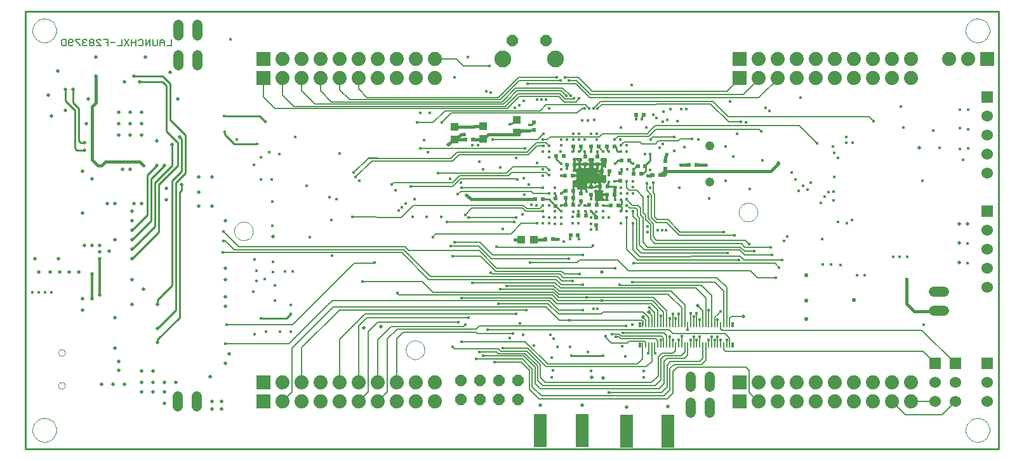
<source format=gbl>
G75*
G70*
%OFA0B0*%
%FSLAX24Y24*%
%IPPOS*%
%LPD*%
%AMOC8*
5,1,8,0,0,1.08239X$1,22.5*
%
%ADD10C,0.0100*%
%ADD11C,0.0000*%
%ADD12C,0.0050*%
%ADD13C,0.0540*%
%ADD14R,0.0600X0.0600*%
%ADD15C,0.0600*%
%ADD16R,0.0236X0.0236*%
%ADD17R,0.0394X0.0433*%
%ADD18R,0.0740X0.0740*%
%ADD19C,0.0740*%
%ADD20R,0.0433X0.0394*%
%ADD21C,0.0480*%
%ADD22OC8,0.0600*%
%ADD23C,0.0885*%
%ADD24OC8,0.0591*%
%ADD25R,0.0091X0.0260*%
%ADD26R,0.0138X0.0260*%
%ADD27R,0.0709X0.1772*%
%ADD28C,0.0200*%
%ADD29C,0.0230*%
%ADD30C,0.0160*%
%ADD31C,0.0160*%
%ADD32C,0.0120*%
D10*
X001680Y006030D02*
X001680Y029030D01*
X052780Y029030D01*
X052780Y006030D01*
X001680Y006030D01*
X008610Y011630D02*
X008610Y011790D01*
X009780Y012930D01*
X009780Y019530D01*
X009880Y019630D01*
X009880Y019930D01*
X009580Y020030D02*
X009580Y013330D01*
X008630Y012380D01*
X008620Y013630D02*
X008620Y013870D01*
X009380Y014630D01*
X009380Y020130D01*
X009880Y020630D01*
X009880Y022330D01*
X009780Y022430D01*
X010080Y022530D02*
X010080Y020530D01*
X009580Y020030D01*
X008680Y019930D02*
X008680Y017430D01*
X007280Y016030D01*
X007280Y016530D02*
X008480Y017730D01*
X008480Y020030D01*
X009380Y020930D01*
X009380Y022030D01*
X009680Y022130D02*
X009680Y020930D01*
X008680Y019930D01*
X008280Y020230D02*
X008980Y020930D01*
X008580Y020930D02*
X008080Y020430D01*
X008080Y018330D01*
X007280Y017530D01*
X007280Y017030D02*
X008280Y018030D01*
X008280Y020230D01*
X009680Y022130D02*
X009080Y022730D01*
X009080Y025130D01*
X008880Y025330D01*
X007680Y025330D01*
X007380Y025630D02*
X008880Y025630D01*
X009280Y025230D01*
X009280Y023330D01*
X010080Y022530D01*
X012160Y022570D02*
X012160Y022690D01*
X012160Y022570D02*
X012660Y022070D01*
X013860Y022070D01*
X014267Y023243D02*
X013970Y023540D01*
X012130Y023540D01*
X004780Y022130D02*
X004580Y022130D01*
X004480Y022230D01*
X004480Y023930D01*
X004180Y024230D01*
X004180Y024930D01*
X003780Y024930D02*
X003780Y024330D01*
X004280Y023830D01*
X004280Y021830D01*
X004380Y021730D01*
X004780Y021730D01*
X014040Y012900D02*
X015370Y012900D01*
X015620Y013150D01*
X027100Y023090D02*
X027322Y023192D01*
X027472Y023332D01*
X028140Y023065D02*
X028265Y023065D01*
X028387Y023187D01*
X028387Y022793D02*
X028173Y022793D01*
X028150Y022770D01*
X029561Y021427D02*
X029561Y021279D01*
X029810Y021030D01*
X030127Y020982D02*
X030127Y020767D01*
X030120Y020760D01*
X030022Y020394D02*
X029814Y020394D01*
X029814Y020396D01*
X029810Y020400D01*
X029814Y020396D02*
X029816Y020394D01*
X029814Y020394D02*
X029810Y020390D01*
X029948Y019608D02*
X029810Y019470D01*
X029948Y019608D02*
X030050Y019608D01*
X030054Y019225D02*
X030054Y018870D01*
X030042Y018858D01*
X030064Y018860D02*
X029830Y018860D01*
X029810Y018840D01*
X029533Y018809D02*
X029533Y018807D01*
X029810Y018530D01*
X029533Y018809D02*
X029186Y019155D01*
X028860Y019155D01*
X029533Y019202D02*
X029533Y019427D01*
X029490Y019470D01*
X030750Y018850D02*
X030866Y018966D01*
X030866Y019075D01*
X031060Y018830D02*
X031195Y018830D01*
X031070Y018520D02*
X031105Y018485D01*
X031105Y018305D01*
X031370Y018530D02*
X031637Y018263D01*
X031637Y018191D01*
X031637Y017798D02*
X031637Y017623D01*
X031690Y017570D01*
X030730Y018324D02*
X030730Y018540D01*
X031370Y019160D02*
X031381Y019171D01*
X031381Y019398D01*
X031680Y019150D02*
X031685Y019145D01*
X031685Y018840D01*
X032010Y018830D02*
X032014Y018834D01*
X032420Y018834D01*
X032640Y019150D02*
X032611Y019179D01*
X032611Y019394D01*
X032611Y019759D02*
X032611Y019774D01*
X032555Y019830D01*
X032245Y019830D01*
X032235Y019840D01*
X032240Y019840D01*
X032240Y019850D01*
X032245Y019839D02*
X032245Y019995D01*
X032330Y020080D01*
X032630Y020100D02*
X032678Y020148D01*
X032903Y020148D01*
X032970Y020608D02*
X032970Y020740D01*
X032640Y021040D02*
X032795Y021195D01*
X032795Y021195D01*
X032797Y021196D01*
X032989Y021196D01*
X033360Y021220D02*
X033560Y021020D01*
X033590Y021020D01*
X033580Y021030D01*
X033580Y021040D01*
X033748Y020918D02*
X033600Y020730D01*
X033580Y020584D01*
X033748Y020918D02*
X033840Y020918D01*
X034233Y020918D02*
X034233Y020933D01*
X034490Y021190D01*
X034490Y021540D01*
X034233Y020918D02*
X034240Y020911D01*
X034240Y020630D01*
X034097Y020487D01*
X034013Y020487D01*
X032950Y021680D02*
X032775Y021680D01*
X032700Y021745D01*
X032700Y021815D01*
X032699Y021946D01*
X032621Y021946D01*
X032227Y021946D02*
X032227Y021773D01*
X032330Y021670D01*
X031700Y021670D02*
X031700Y021404D01*
X031713Y021391D01*
X031713Y020998D02*
X031713Y020733D01*
X031700Y020720D01*
X031899Y020609D02*
X031700Y020410D01*
X031899Y020609D02*
X031949Y020636D01*
X032343Y020636D02*
X032333Y020457D01*
X032330Y020420D01*
X031841Y019949D02*
X031851Y019839D01*
X031841Y019949D02*
X031700Y020090D01*
X031381Y020089D02*
X031381Y019792D01*
X031381Y020089D02*
X031380Y020090D01*
X031326Y020996D02*
X031074Y020996D01*
X031326Y020996D02*
X031350Y021020D01*
X031074Y021389D02*
X031060Y021425D01*
X031060Y021680D01*
X030836Y021766D02*
X030740Y021670D01*
X030836Y021766D02*
X030836Y021950D01*
X030442Y021950D02*
X030442Y021672D01*
X030430Y021660D01*
X030559Y021020D02*
X030520Y020982D01*
X030559Y021020D02*
X030740Y021020D01*
X031370Y021670D02*
X031378Y021678D01*
X031378Y021878D01*
X033740Y023360D02*
X033740Y023590D01*
X033742Y023592D01*
X034060Y023516D02*
X034136Y023592D01*
X034060Y023516D02*
X034060Y023360D01*
X032960Y019140D02*
X032980Y019120D01*
X032980Y018900D01*
X032914Y018834D01*
X032814Y018834D01*
X032926Y018834D01*
X032980Y018780D01*
X032980Y018570D01*
X032940Y018530D01*
X032020Y010920D02*
X030350Y010920D01*
D11*
X021660Y011240D02*
X021662Y011284D01*
X021668Y011327D01*
X021678Y011370D01*
X021691Y011412D01*
X021709Y011453D01*
X021729Y011491D01*
X021754Y011528D01*
X021781Y011562D01*
X021811Y011594D01*
X021844Y011623D01*
X021880Y011649D01*
X021918Y011671D01*
X021957Y011691D01*
X021999Y011706D01*
X022041Y011718D01*
X022084Y011726D01*
X022128Y011730D01*
X022172Y011730D01*
X022216Y011726D01*
X022259Y011718D01*
X022301Y011706D01*
X022343Y011691D01*
X022382Y011671D01*
X022420Y011649D01*
X022456Y011623D01*
X022489Y011594D01*
X022519Y011562D01*
X022546Y011528D01*
X022571Y011491D01*
X022591Y011453D01*
X022609Y011412D01*
X022622Y011370D01*
X022632Y011327D01*
X022638Y011284D01*
X022640Y011240D01*
X022638Y011196D01*
X022632Y011153D01*
X022622Y011110D01*
X022609Y011068D01*
X022591Y011027D01*
X022571Y010989D01*
X022546Y010952D01*
X022519Y010918D01*
X022489Y010886D01*
X022456Y010857D01*
X022420Y010831D01*
X022382Y010809D01*
X022343Y010789D01*
X022301Y010774D01*
X022259Y010762D01*
X022216Y010754D01*
X022172Y010750D01*
X022128Y010750D01*
X022084Y010754D01*
X022041Y010762D01*
X021999Y010774D01*
X021957Y010789D01*
X021918Y010809D01*
X021880Y010831D01*
X021844Y010857D01*
X021811Y010886D01*
X021781Y010918D01*
X021754Y010952D01*
X021729Y010989D01*
X021709Y011027D01*
X021691Y011068D01*
X021678Y011110D01*
X021668Y011153D01*
X021662Y011196D01*
X021660Y011240D01*
X012650Y017490D02*
X012652Y017534D01*
X012658Y017577D01*
X012668Y017620D01*
X012681Y017662D01*
X012699Y017703D01*
X012719Y017741D01*
X012744Y017778D01*
X012771Y017812D01*
X012801Y017844D01*
X012834Y017873D01*
X012870Y017899D01*
X012908Y017921D01*
X012947Y017941D01*
X012989Y017956D01*
X013031Y017968D01*
X013074Y017976D01*
X013118Y017980D01*
X013162Y017980D01*
X013206Y017976D01*
X013249Y017968D01*
X013291Y017956D01*
X013333Y017941D01*
X013372Y017921D01*
X013410Y017899D01*
X013446Y017873D01*
X013479Y017844D01*
X013509Y017812D01*
X013536Y017778D01*
X013561Y017741D01*
X013581Y017703D01*
X013599Y017662D01*
X013612Y017620D01*
X013622Y017577D01*
X013628Y017534D01*
X013630Y017490D01*
X013628Y017446D01*
X013622Y017403D01*
X013612Y017360D01*
X013599Y017318D01*
X013581Y017277D01*
X013561Y017239D01*
X013536Y017202D01*
X013509Y017168D01*
X013479Y017136D01*
X013446Y017107D01*
X013410Y017081D01*
X013372Y017059D01*
X013333Y017039D01*
X013291Y017024D01*
X013249Y017012D01*
X013206Y017004D01*
X013162Y017000D01*
X013118Y017000D01*
X013074Y017004D01*
X013031Y017012D01*
X012989Y017024D01*
X012947Y017039D01*
X012908Y017059D01*
X012870Y017081D01*
X012834Y017107D01*
X012801Y017136D01*
X012771Y017168D01*
X012744Y017202D01*
X012719Y017239D01*
X012699Y017277D01*
X012681Y017318D01*
X012668Y017360D01*
X012658Y017403D01*
X012652Y017446D01*
X012650Y017490D01*
X003413Y011096D02*
X003415Y011122D01*
X003421Y011148D01*
X003431Y011173D01*
X003444Y011196D01*
X003460Y011216D01*
X003480Y011234D01*
X003502Y011249D01*
X003525Y011261D01*
X003551Y011269D01*
X003577Y011273D01*
X003603Y011273D01*
X003629Y011269D01*
X003655Y011261D01*
X003679Y011249D01*
X003700Y011234D01*
X003720Y011216D01*
X003736Y011196D01*
X003749Y011173D01*
X003759Y011148D01*
X003765Y011122D01*
X003767Y011096D01*
X003765Y011070D01*
X003759Y011044D01*
X003749Y011019D01*
X003736Y010996D01*
X003720Y010976D01*
X003700Y010958D01*
X003678Y010943D01*
X003655Y010931D01*
X003629Y010923D01*
X003603Y010919D01*
X003577Y010919D01*
X003551Y010923D01*
X003525Y010931D01*
X003501Y010943D01*
X003480Y010958D01*
X003460Y010976D01*
X003444Y010996D01*
X003431Y011019D01*
X003421Y011044D01*
X003415Y011070D01*
X003413Y011096D01*
X003413Y009364D02*
X003415Y009390D01*
X003421Y009416D01*
X003431Y009441D01*
X003444Y009464D01*
X003460Y009484D01*
X003480Y009502D01*
X003502Y009517D01*
X003525Y009529D01*
X003551Y009537D01*
X003577Y009541D01*
X003603Y009541D01*
X003629Y009537D01*
X003655Y009529D01*
X003679Y009517D01*
X003700Y009502D01*
X003720Y009484D01*
X003736Y009464D01*
X003749Y009441D01*
X003759Y009416D01*
X003765Y009390D01*
X003767Y009364D01*
X003765Y009338D01*
X003759Y009312D01*
X003749Y009287D01*
X003736Y009264D01*
X003720Y009244D01*
X003700Y009226D01*
X003678Y009211D01*
X003655Y009199D01*
X003629Y009191D01*
X003603Y009187D01*
X003577Y009187D01*
X003551Y009191D01*
X003525Y009199D01*
X003501Y009211D01*
X003480Y009226D01*
X003460Y009244D01*
X003444Y009264D01*
X003431Y009287D01*
X003421Y009312D01*
X003415Y009338D01*
X003413Y009364D01*
X002055Y007030D02*
X002057Y007080D01*
X002063Y007129D01*
X002073Y007178D01*
X002086Y007225D01*
X002104Y007272D01*
X002125Y007317D01*
X002149Y007360D01*
X002177Y007401D01*
X002208Y007440D01*
X002242Y007476D01*
X002279Y007510D01*
X002319Y007540D01*
X002360Y007567D01*
X002404Y007591D01*
X002449Y007611D01*
X002496Y007627D01*
X002544Y007640D01*
X002593Y007649D01*
X002643Y007654D01*
X002692Y007655D01*
X002742Y007652D01*
X002791Y007645D01*
X002840Y007634D01*
X002887Y007620D01*
X002933Y007601D01*
X002978Y007579D01*
X003021Y007554D01*
X003061Y007525D01*
X003099Y007493D01*
X003135Y007459D01*
X003168Y007421D01*
X003197Y007381D01*
X003223Y007339D01*
X003246Y007295D01*
X003265Y007249D01*
X003281Y007202D01*
X003293Y007153D01*
X003301Y007104D01*
X003305Y007055D01*
X003305Y007005D01*
X003301Y006956D01*
X003293Y006907D01*
X003281Y006858D01*
X003265Y006811D01*
X003246Y006765D01*
X003223Y006721D01*
X003197Y006679D01*
X003168Y006639D01*
X003135Y006601D01*
X003099Y006567D01*
X003061Y006535D01*
X003021Y006506D01*
X002978Y006481D01*
X002933Y006459D01*
X002887Y006440D01*
X002840Y006426D01*
X002791Y006415D01*
X002742Y006408D01*
X002692Y006405D01*
X002643Y006406D01*
X002593Y006411D01*
X002544Y006420D01*
X002496Y006433D01*
X002449Y006449D01*
X002404Y006469D01*
X002360Y006493D01*
X002319Y006520D01*
X002279Y006550D01*
X002242Y006584D01*
X002208Y006620D01*
X002177Y006659D01*
X002149Y006700D01*
X002125Y006743D01*
X002104Y006788D01*
X002086Y006835D01*
X002073Y006882D01*
X002063Y006931D01*
X002057Y006980D01*
X002055Y007030D01*
X002055Y028030D02*
X002057Y028080D01*
X002063Y028129D01*
X002073Y028178D01*
X002086Y028225D01*
X002104Y028272D01*
X002125Y028317D01*
X002149Y028360D01*
X002177Y028401D01*
X002208Y028440D01*
X002242Y028476D01*
X002279Y028510D01*
X002319Y028540D01*
X002360Y028567D01*
X002404Y028591D01*
X002449Y028611D01*
X002496Y028627D01*
X002544Y028640D01*
X002593Y028649D01*
X002643Y028654D01*
X002692Y028655D01*
X002742Y028652D01*
X002791Y028645D01*
X002840Y028634D01*
X002887Y028620D01*
X002933Y028601D01*
X002978Y028579D01*
X003021Y028554D01*
X003061Y028525D01*
X003099Y028493D01*
X003135Y028459D01*
X003168Y028421D01*
X003197Y028381D01*
X003223Y028339D01*
X003246Y028295D01*
X003265Y028249D01*
X003281Y028202D01*
X003293Y028153D01*
X003301Y028104D01*
X003305Y028055D01*
X003305Y028005D01*
X003301Y027956D01*
X003293Y027907D01*
X003281Y027858D01*
X003265Y027811D01*
X003246Y027765D01*
X003223Y027721D01*
X003197Y027679D01*
X003168Y027639D01*
X003135Y027601D01*
X003099Y027567D01*
X003061Y027535D01*
X003021Y027506D01*
X002978Y027481D01*
X002933Y027459D01*
X002887Y027440D01*
X002840Y027426D01*
X002791Y027415D01*
X002742Y027408D01*
X002692Y027405D01*
X002643Y027406D01*
X002593Y027411D01*
X002544Y027420D01*
X002496Y027433D01*
X002449Y027449D01*
X002404Y027469D01*
X002360Y027493D01*
X002319Y027520D01*
X002279Y027550D01*
X002242Y027584D01*
X002208Y027620D01*
X002177Y027659D01*
X002149Y027700D01*
X002125Y027743D01*
X002104Y027788D01*
X002086Y027835D01*
X002073Y027882D01*
X002063Y027931D01*
X002057Y027980D01*
X002055Y028030D01*
X039140Y018480D02*
X039142Y018524D01*
X039148Y018567D01*
X039158Y018610D01*
X039171Y018652D01*
X039189Y018693D01*
X039209Y018731D01*
X039234Y018768D01*
X039261Y018802D01*
X039291Y018834D01*
X039324Y018863D01*
X039360Y018889D01*
X039398Y018911D01*
X039437Y018931D01*
X039479Y018946D01*
X039521Y018958D01*
X039564Y018966D01*
X039608Y018970D01*
X039652Y018970D01*
X039696Y018966D01*
X039739Y018958D01*
X039781Y018946D01*
X039823Y018931D01*
X039862Y018911D01*
X039900Y018889D01*
X039936Y018863D01*
X039969Y018834D01*
X039999Y018802D01*
X040026Y018768D01*
X040051Y018731D01*
X040071Y018693D01*
X040089Y018652D01*
X040102Y018610D01*
X040112Y018567D01*
X040118Y018524D01*
X040120Y018480D01*
X040118Y018436D01*
X040112Y018393D01*
X040102Y018350D01*
X040089Y018308D01*
X040071Y018267D01*
X040051Y018229D01*
X040026Y018192D01*
X039999Y018158D01*
X039969Y018126D01*
X039936Y018097D01*
X039900Y018071D01*
X039862Y018049D01*
X039823Y018029D01*
X039781Y018014D01*
X039739Y018002D01*
X039696Y017994D01*
X039652Y017990D01*
X039608Y017990D01*
X039564Y017994D01*
X039521Y018002D01*
X039479Y018014D01*
X039437Y018029D01*
X039398Y018049D01*
X039360Y018071D01*
X039324Y018097D01*
X039291Y018126D01*
X039261Y018158D01*
X039234Y018192D01*
X039209Y018229D01*
X039189Y018267D01*
X039171Y018308D01*
X039158Y018350D01*
X039148Y018393D01*
X039142Y018436D01*
X039140Y018480D01*
X051055Y028030D02*
X051057Y028080D01*
X051063Y028129D01*
X051073Y028178D01*
X051086Y028225D01*
X051104Y028272D01*
X051125Y028317D01*
X051149Y028360D01*
X051177Y028401D01*
X051208Y028440D01*
X051242Y028476D01*
X051279Y028510D01*
X051319Y028540D01*
X051360Y028567D01*
X051404Y028591D01*
X051449Y028611D01*
X051496Y028627D01*
X051544Y028640D01*
X051593Y028649D01*
X051643Y028654D01*
X051692Y028655D01*
X051742Y028652D01*
X051791Y028645D01*
X051840Y028634D01*
X051887Y028620D01*
X051933Y028601D01*
X051978Y028579D01*
X052021Y028554D01*
X052061Y028525D01*
X052099Y028493D01*
X052135Y028459D01*
X052168Y028421D01*
X052197Y028381D01*
X052223Y028339D01*
X052246Y028295D01*
X052265Y028249D01*
X052281Y028202D01*
X052293Y028153D01*
X052301Y028104D01*
X052305Y028055D01*
X052305Y028005D01*
X052301Y027956D01*
X052293Y027907D01*
X052281Y027858D01*
X052265Y027811D01*
X052246Y027765D01*
X052223Y027721D01*
X052197Y027679D01*
X052168Y027639D01*
X052135Y027601D01*
X052099Y027567D01*
X052061Y027535D01*
X052021Y027506D01*
X051978Y027481D01*
X051933Y027459D01*
X051887Y027440D01*
X051840Y027426D01*
X051791Y027415D01*
X051742Y027408D01*
X051692Y027405D01*
X051643Y027406D01*
X051593Y027411D01*
X051544Y027420D01*
X051496Y027433D01*
X051449Y027449D01*
X051404Y027469D01*
X051360Y027493D01*
X051319Y027520D01*
X051279Y027550D01*
X051242Y027584D01*
X051208Y027620D01*
X051177Y027659D01*
X051149Y027700D01*
X051125Y027743D01*
X051104Y027788D01*
X051086Y027835D01*
X051073Y027882D01*
X051063Y027931D01*
X051057Y027980D01*
X051055Y028030D01*
X051055Y007030D02*
X051057Y007080D01*
X051063Y007129D01*
X051073Y007178D01*
X051086Y007225D01*
X051104Y007272D01*
X051125Y007317D01*
X051149Y007360D01*
X051177Y007401D01*
X051208Y007440D01*
X051242Y007476D01*
X051279Y007510D01*
X051319Y007540D01*
X051360Y007567D01*
X051404Y007591D01*
X051449Y007611D01*
X051496Y007627D01*
X051544Y007640D01*
X051593Y007649D01*
X051643Y007654D01*
X051692Y007655D01*
X051742Y007652D01*
X051791Y007645D01*
X051840Y007634D01*
X051887Y007620D01*
X051933Y007601D01*
X051978Y007579D01*
X052021Y007554D01*
X052061Y007525D01*
X052099Y007493D01*
X052135Y007459D01*
X052168Y007421D01*
X052197Y007381D01*
X052223Y007339D01*
X052246Y007295D01*
X052265Y007249D01*
X052281Y007202D01*
X052293Y007153D01*
X052301Y007104D01*
X052305Y007055D01*
X052305Y007005D01*
X052301Y006956D01*
X052293Y006907D01*
X052281Y006858D01*
X052265Y006811D01*
X052246Y006765D01*
X052223Y006721D01*
X052197Y006679D01*
X052168Y006639D01*
X052135Y006601D01*
X052099Y006567D01*
X052061Y006535D01*
X052021Y006506D01*
X051978Y006481D01*
X051933Y006459D01*
X051887Y006440D01*
X051840Y006426D01*
X051791Y006415D01*
X051742Y006408D01*
X051692Y006405D01*
X051643Y006406D01*
X051593Y006411D01*
X051544Y006420D01*
X051496Y006433D01*
X051449Y006449D01*
X051404Y006469D01*
X051360Y006493D01*
X051319Y006520D01*
X051279Y006550D01*
X051242Y006584D01*
X051208Y006620D01*
X051177Y006659D01*
X051149Y006700D01*
X051125Y006743D01*
X051104Y006788D01*
X051086Y006835D01*
X051073Y006882D01*
X051063Y006931D01*
X051057Y006980D01*
X051055Y007030D01*
D12*
X049811Y007830D02*
X050512Y008531D01*
X049811Y007830D02*
X047880Y007830D01*
X047180Y008530D01*
X048180Y008530D02*
X048185Y008535D01*
X049441Y008535D01*
X049441Y010535D02*
X048806Y011170D01*
X038440Y011170D01*
X038347Y011263D01*
X038347Y011492D01*
X038190Y011492D02*
X038190Y011740D01*
X038195Y011760D01*
X038032Y011928D02*
X038030Y011930D01*
X038032Y011928D02*
X038032Y011492D01*
X037875Y011492D02*
X037875Y011740D01*
X037875Y011765D01*
X037717Y011742D02*
X037715Y011925D01*
X037717Y011742D02*
X037717Y011492D01*
X037560Y011492D02*
X037560Y011730D01*
X037560Y011760D01*
X037402Y011492D02*
X037402Y010702D01*
X037170Y010470D01*
X035740Y010470D01*
X035530Y010260D01*
X035530Y009120D01*
X035230Y008820D01*
X028770Y008820D01*
X028290Y009300D01*
X028290Y010250D01*
X027780Y010760D01*
X025340Y010760D01*
X025710Y010920D02*
X027850Y010920D01*
X028440Y010330D01*
X028440Y009460D01*
X028700Y009200D01*
X034940Y009200D01*
X035210Y009470D01*
X035210Y010630D01*
X035370Y010790D01*
X036290Y010790D01*
X036460Y010960D01*
X036460Y011489D01*
X036457Y011492D01*
X036300Y011492D02*
X036300Y011120D01*
X036120Y010940D01*
X035220Y010940D01*
X035060Y010780D01*
X035060Y009680D01*
X034750Y009370D01*
X028850Y009370D01*
X028580Y009640D01*
X028580Y010400D01*
X027930Y011050D01*
X026520Y011050D01*
X026430Y011140D01*
X025520Y011140D01*
X024570Y011680D02*
X027930Y011680D01*
X029110Y010500D01*
X033830Y010500D01*
X034095Y010755D01*
X034095Y011492D01*
X034253Y011492D02*
X034253Y011647D01*
X034195Y011710D01*
X033370Y011710D01*
X033270Y011610D01*
X032465Y011610D01*
X032160Y011915D01*
X032160Y011980D01*
X032490Y012085D02*
X032855Y012085D01*
X032970Y011970D01*
X035075Y011975D01*
X035198Y011852D01*
X035198Y011492D01*
X035355Y011492D02*
X035355Y011990D01*
X035210Y012130D01*
X033060Y012130D01*
X032850Y011930D02*
X032890Y011890D01*
X032895Y011890D01*
X032955Y011830D01*
X034780Y011830D01*
X034883Y011707D01*
X034883Y011492D01*
X035040Y011492D02*
X035040Y011780D01*
X035040Y011780D01*
X034725Y011492D02*
X034720Y011486D01*
X034720Y011080D01*
X034740Y011080D01*
X034900Y010860D02*
X034900Y009870D01*
X034560Y009530D01*
X028990Y009530D01*
X028710Y009810D01*
X028710Y010480D01*
X028010Y011170D01*
X026640Y011170D01*
X026510Y011300D01*
X024210Y011300D01*
X024130Y011390D01*
X024550Y011670D02*
X024570Y011680D01*
X024670Y012470D02*
X024770Y012580D01*
X024670Y012470D02*
X020890Y012470D01*
X020180Y011760D01*
X020180Y009530D01*
X019685Y009025D02*
X019695Y011375D01*
X019695Y012215D01*
X020170Y012690D01*
X024285Y012690D01*
X024400Y012695D01*
X024812Y012940D02*
X024950Y012941D01*
X024812Y012940D02*
X019630Y012940D01*
X019180Y012490D01*
X019180Y009530D01*
X019685Y009025D02*
X019192Y008532D01*
X019180Y008530D01*
X020180Y008530D02*
X020190Y008535D01*
X020690Y009035D01*
X020690Y011850D01*
X021200Y012330D01*
X025360Y012330D01*
X025520Y012490D01*
X033230Y012490D01*
X032850Y011930D02*
X032680Y011930D01*
X031910Y013120D02*
X029670Y013120D01*
X029125Y013665D01*
X028150Y013665D01*
X027780Y013667D01*
X027777Y013670D01*
X026505Y013670D01*
X027780Y013667D01*
X027980Y013339D02*
X027370Y013339D01*
X018175Y013340D01*
X016193Y011358D01*
X016180Y009530D01*
X015690Y009035D02*
X015690Y011340D01*
X017845Y013495D01*
X029000Y013515D01*
X029005Y013515D01*
X029720Y012800D01*
X030260Y012800D01*
X033975Y012795D01*
X034035Y012795D01*
X034100Y012740D01*
X034100Y012563D01*
X034095Y012558D01*
X034253Y012558D02*
X034253Y012817D01*
X034100Y012970D01*
X034115Y013230D02*
X034410Y012935D01*
X034410Y012558D01*
X034568Y012558D02*
X034568Y013052D01*
X034400Y013220D01*
X034440Y013480D02*
X034725Y013195D01*
X034725Y012558D01*
X034883Y012558D02*
X034883Y013337D01*
X034555Y013665D01*
X029580Y013665D01*
X029270Y013975D01*
X024580Y013975D01*
X025150Y014780D02*
X029490Y014780D01*
X029780Y014490D01*
X036880Y014490D01*
X037400Y013970D01*
X037400Y013170D01*
X037402Y012908D01*
X037402Y012558D01*
X037245Y012558D02*
X037245Y013315D01*
X036980Y013580D01*
X036930Y013160D02*
X036930Y013095D01*
X036930Y012558D01*
X037087Y012558D02*
X037087Y012833D01*
X036772Y013008D02*
X036772Y012558D01*
X036615Y012558D02*
X036615Y013160D01*
X036605Y013170D01*
X036300Y013590D02*
X036300Y012558D01*
X036143Y012558D02*
X036143Y013467D01*
X035430Y014180D01*
X029670Y014180D01*
X029410Y014440D01*
X026600Y014440D01*
X026940Y014610D02*
X029420Y014610D01*
X029710Y014320D01*
X035570Y014320D01*
X036300Y013590D01*
X035990Y013135D02*
X035985Y013130D01*
X035985Y012558D01*
X035828Y012558D02*
X035828Y012912D01*
X035825Y012915D01*
X035670Y013140D02*
X035670Y013140D01*
X035670Y012558D01*
X035513Y012558D02*
X035513Y012908D01*
X035515Y012910D01*
X035355Y012558D02*
X035355Y013305D01*
X034650Y014000D01*
X031160Y014000D01*
X031170Y014000D01*
X031160Y014000D02*
X029690Y014000D01*
X029420Y014270D01*
X023070Y014270D01*
X022520Y014850D01*
X019380Y014840D01*
X018950Y015810D02*
X019990Y015810D01*
X020020Y015820D01*
X018950Y015810D02*
X015720Y012570D01*
X012240Y012570D01*
X012180Y011575D02*
X015505Y011575D01*
X017560Y013600D01*
X017800Y013830D01*
X026710Y013820D01*
X027120Y013820D01*
X029180Y013830D01*
X029690Y013320D01*
X030940Y013320D01*
X031910Y013120D02*
X032020Y013230D01*
X034115Y013230D01*
X034610Y013825D02*
X035195Y013240D01*
X035195Y013220D01*
X035198Y013157D01*
X035198Y012558D01*
X035040Y012558D02*
X035040Y013025D01*
X035035Y013030D01*
X035489Y012291D02*
X035670Y012110D01*
X038420Y012110D01*
X038660Y011870D01*
X038660Y011860D01*
X038662Y011858D01*
X038662Y011492D01*
X038505Y011492D02*
X038505Y011725D01*
X038505Y011755D01*
X038270Y012270D02*
X048765Y012270D01*
X050504Y010531D01*
X050512Y010531D01*
X041075Y015035D02*
X040115Y015025D01*
X039740Y015400D01*
X033340Y015400D01*
X032780Y015960D01*
X030780Y015960D01*
X030640Y015820D01*
X028400Y015820D01*
X028190Y015830D01*
X029610Y015100D02*
X022950Y015100D01*
X021540Y016510D01*
X012640Y016510D01*
X012170Y016980D01*
X012070Y016980D01*
X012080Y017465D02*
X012875Y016670D01*
X021620Y016670D01*
X021820Y016470D01*
X025500Y016470D01*
X026420Y015550D01*
X032650Y015550D01*
X032870Y014660D02*
X032875Y014660D01*
X032900Y014635D01*
X037185Y014635D01*
X037717Y014103D01*
X037717Y012558D01*
X037560Y012558D02*
X037560Y013155D01*
X037560Y013345D01*
X037875Y012960D02*
X038035Y013117D01*
X038187Y013270D01*
X038190Y013270D01*
X038035Y013117D01*
X037875Y012960D02*
X037875Y012558D01*
X038032Y012558D02*
X038032Y012843D01*
X038030Y012845D01*
X038190Y012558D02*
X038190Y012350D01*
X038270Y012270D01*
X038347Y012558D02*
X038347Y014348D01*
X037885Y014810D01*
X033560Y014810D01*
X033610Y015815D02*
X041040Y015805D01*
X041250Y015585D01*
X041414Y015960D02*
X039410Y015960D01*
X039210Y016160D01*
X033940Y016150D01*
X033585Y016505D01*
X033585Y017890D01*
X033790Y018060D02*
X033790Y016580D01*
X034030Y016340D01*
X038530Y016340D01*
X038545Y016335D01*
X039180Y016500D02*
X039440Y016240D01*
X040875Y016240D01*
X040805Y016640D02*
X039450Y016640D01*
X039270Y016820D01*
X034730Y016820D01*
X034510Y017060D01*
X034510Y017820D01*
X034240Y018090D01*
X034240Y018320D01*
X034130Y018430D01*
X034130Y019270D01*
X033770Y019630D01*
X033390Y019630D01*
X033250Y019770D01*
X033250Y020105D01*
X032903Y020148D02*
X032856Y020100D01*
X032903Y020541D02*
X032970Y020608D01*
X033580Y020584D02*
X033620Y020487D01*
X033580Y021040D02*
X033424Y021196D01*
X033383Y021196D01*
X032950Y021990D02*
X033130Y022165D01*
X033955Y022165D01*
X034035Y022085D01*
X034775Y022085D01*
X034805Y022115D01*
X034850Y022165D01*
X034920Y022240D01*
X035940Y022240D01*
X036040Y022340D01*
X036690Y022340D01*
X035740Y022420D02*
X034625Y022420D01*
X034520Y022315D01*
X034525Y022315D01*
X034410Y022470D02*
X034790Y022850D01*
X040200Y022850D01*
X040320Y022730D01*
X039250Y023220D02*
X038600Y023220D01*
X037660Y024160D01*
X031965Y024150D01*
X031730Y023925D01*
X031505Y023935D02*
X031875Y024300D01*
X037780Y024300D01*
X038590Y023490D01*
X045995Y023490D01*
X046230Y023255D01*
X043250Y022100D02*
X042330Y023020D01*
X034750Y023020D01*
X034462Y022721D01*
X034341Y022600D01*
X031970Y022600D01*
X031820Y022450D01*
X029250Y022450D01*
X029095Y022295D01*
X028865Y022295D01*
X029015Y022140D02*
X028510Y022140D01*
X028030Y021650D01*
X024360Y021650D01*
X024020Y021310D01*
X019670Y021310D01*
X019680Y021320D01*
X020180Y021320D01*
X019870Y021160D02*
X019030Y020320D01*
X018930Y020570D02*
X019670Y021310D01*
X019870Y021160D02*
X024100Y021160D01*
X024450Y021510D01*
X028080Y021510D01*
X028550Y021980D01*
X028870Y021980D01*
X029015Y022140D02*
X029185Y021970D01*
X029560Y021426D02*
X029561Y021427D01*
X029955Y021427D02*
X029955Y021505D01*
X030430Y021660D02*
X030432Y021668D01*
X030460Y021310D02*
X030871Y021300D01*
X030871Y021236D01*
X030888Y021219D01*
X030879Y021214D01*
X030856Y021191D01*
X030839Y021162D01*
X030831Y021130D01*
X030831Y021021D01*
X031049Y021021D01*
X031049Y020971D01*
X030831Y020971D01*
X030831Y020861D01*
X030839Y020829D01*
X030856Y020801D01*
X030879Y020778D01*
X030908Y020761D01*
X030939Y020753D01*
X031049Y020753D01*
X031049Y020971D01*
X031099Y020971D01*
X031099Y021021D01*
X031317Y021021D01*
X031317Y021130D01*
X031309Y021162D01*
X031292Y021191D01*
X031269Y021214D01*
X031260Y021219D01*
X031277Y021236D01*
X031277Y021310D01*
X031510Y021310D01*
X031510Y021238D01*
X031527Y021221D01*
X031518Y021216D01*
X031495Y021192D01*
X031478Y021164D01*
X031470Y021132D01*
X031470Y021023D01*
X031688Y021023D01*
X031688Y020973D01*
X031470Y020973D01*
X031470Y020863D01*
X031478Y020831D01*
X031495Y020803D01*
X031518Y020779D01*
X031547Y020763D01*
X031578Y020754D01*
X031688Y020754D01*
X031688Y020973D01*
X031738Y020973D01*
X031738Y021023D01*
X031956Y021023D01*
X031956Y021132D01*
X031948Y021164D01*
X031931Y021192D01*
X031908Y021216D01*
X031899Y021221D01*
X031916Y021238D01*
X031916Y021310D01*
X032170Y021310D01*
X032162Y020836D01*
X032144Y020854D01*
X032116Y020870D01*
X032084Y020879D01*
X031974Y020879D01*
X031974Y020661D01*
X031924Y020661D01*
X031924Y020796D01*
X031931Y020803D01*
X031948Y020831D01*
X031956Y020863D01*
X031956Y020973D01*
X031738Y020973D01*
X031738Y020838D01*
X031731Y020831D01*
X031715Y020802D01*
X031706Y020770D01*
X031706Y020661D01*
X031924Y020661D01*
X031924Y020611D01*
X031706Y020611D01*
X031706Y020501D01*
X031715Y020469D01*
X031731Y020441D01*
X031754Y020418D01*
X031783Y020401D01*
X031815Y020393D01*
X031924Y020393D01*
X031924Y020611D01*
X031974Y020611D01*
X031974Y020393D01*
X032084Y020393D01*
X032116Y020401D01*
X032144Y020418D01*
X032154Y020428D01*
X032148Y020089D01*
X032110Y020050D01*
X032110Y020042D01*
X032091Y020042D01*
X032074Y020025D01*
X032069Y020034D01*
X032046Y020057D01*
X032017Y020074D01*
X031985Y020082D01*
X031876Y020082D01*
X031876Y019864D01*
X031826Y019864D01*
X031826Y019814D01*
X031876Y019814D01*
X031876Y019596D01*
X031985Y019596D01*
X032014Y019604D01*
X032000Y019589D01*
X031983Y019560D01*
X031975Y019529D01*
X031975Y019419D01*
X032193Y019419D01*
X032193Y019369D01*
X032243Y019369D01*
X032243Y019151D01*
X032280Y019151D01*
X032280Y019110D01*
X031610Y019110D01*
X031610Y019540D01*
X031584Y019540D01*
X031584Y019551D01*
X031567Y019568D01*
X031576Y019574D01*
X031599Y019597D01*
X031616Y019625D01*
X031624Y019657D01*
X031624Y019659D01*
X031633Y019644D01*
X031656Y019621D01*
X031685Y019605D01*
X031716Y019596D01*
X031826Y019596D01*
X031826Y019814D01*
X031608Y019814D01*
X031608Y019767D01*
X031406Y019767D01*
X031406Y019817D01*
X031356Y019817D01*
X031356Y020035D01*
X031247Y020035D01*
X031215Y020026D01*
X031186Y020010D01*
X031163Y019987D01*
X031147Y019958D01*
X031138Y019926D01*
X031138Y019817D01*
X031356Y019817D01*
X031356Y019767D01*
X031138Y019767D01*
X031138Y019657D01*
X031147Y019625D01*
X031163Y019597D01*
X031186Y019574D01*
X031195Y019568D01*
X031178Y019551D01*
X031178Y019540D01*
X031109Y019540D01*
X031109Y019604D01*
X031101Y019636D01*
X031084Y019664D01*
X031061Y019687D01*
X031032Y019704D01*
X031001Y019712D01*
X030891Y019712D01*
X030891Y019540D01*
X030841Y019540D01*
X030841Y019712D01*
X030732Y019712D01*
X030700Y019704D01*
X030687Y019696D01*
X030687Y019742D01*
X030678Y019774D01*
X030662Y019802D01*
X030639Y019826D01*
X030610Y019842D01*
X030578Y019851D01*
X030469Y019851D01*
X030469Y019633D01*
X030441Y019633D01*
X030447Y020151D01*
X030550Y020151D01*
X030582Y020159D01*
X030611Y020176D01*
X030634Y020199D01*
X030650Y020228D01*
X030659Y020259D01*
X030659Y020369D01*
X030449Y020369D01*
X030450Y020419D01*
X030659Y020419D01*
X030659Y020529D01*
X030650Y020560D01*
X030634Y020589D01*
X030611Y020612D01*
X030582Y020629D01*
X030550Y020637D01*
X030452Y020637D01*
X030453Y020739D01*
X030495Y020739D01*
X030495Y020957D01*
X030545Y020957D01*
X030545Y020739D01*
X030655Y020739D01*
X030687Y020747D01*
X030715Y020764D01*
X030739Y020787D01*
X030755Y020815D01*
X030764Y020847D01*
X030764Y020957D01*
X030545Y020957D01*
X030545Y021007D01*
X030495Y021007D01*
X030495Y021225D01*
X030459Y021225D01*
X030460Y021310D01*
X030460Y021304D02*
X030715Y021304D01*
X030687Y021216D02*
X030655Y021225D01*
X030545Y021225D01*
X030545Y021007D01*
X030764Y021007D01*
X030764Y021116D01*
X030755Y021148D01*
X030739Y021177D01*
X030715Y021200D01*
X030687Y021216D01*
X030703Y021207D02*
X030872Y021207D01*
X030871Y021256D02*
X030459Y021256D01*
X030495Y021207D02*
X030545Y021207D01*
X030545Y021159D02*
X030495Y021159D01*
X030495Y021110D02*
X030545Y021110D01*
X030545Y021062D02*
X030495Y021062D01*
X030495Y021013D02*
X030545Y021013D01*
X030545Y020965D02*
X030831Y020965D01*
X030831Y020916D02*
X030764Y020916D01*
X030764Y020868D02*
X030831Y020868D01*
X030845Y020819D02*
X030756Y020819D01*
X030722Y020771D02*
X030891Y020771D01*
X031049Y020771D02*
X031099Y020771D01*
X031099Y020753D02*
X031209Y020753D01*
X031240Y020761D01*
X031269Y020778D01*
X031292Y020801D01*
X031309Y020829D01*
X031317Y020861D01*
X031317Y020971D01*
X031099Y020971D01*
X031099Y020753D01*
X031099Y020819D02*
X031049Y020819D01*
X031049Y020868D02*
X031099Y020868D01*
X031099Y020916D02*
X031049Y020916D01*
X031049Y020965D02*
X031099Y020965D01*
X031074Y020996D02*
X031098Y021020D01*
X031099Y021013D02*
X031688Y021013D01*
X031688Y020965D02*
X031738Y020965D01*
X031738Y021013D02*
X032165Y021013D01*
X032164Y020965D02*
X031956Y020965D01*
X031956Y020916D02*
X032163Y020916D01*
X032162Y020868D02*
X032120Y020868D01*
X031974Y020868D02*
X031956Y020868D01*
X031941Y020819D02*
X031974Y020819D01*
X031974Y020771D02*
X031924Y020771D01*
X031924Y020722D02*
X031974Y020722D01*
X031974Y020674D02*
X031924Y020674D01*
X031924Y020625D02*
X030588Y020625D01*
X030641Y020577D02*
X031706Y020577D01*
X031706Y020528D02*
X030659Y020528D01*
X030659Y020480D02*
X031712Y020480D01*
X031741Y020431D02*
X030659Y020431D01*
X030659Y020334D02*
X032153Y020334D01*
X032152Y020286D02*
X030659Y020286D01*
X030653Y020237D02*
X032151Y020237D01*
X032150Y020189D02*
X030623Y020189D01*
X030446Y020140D02*
X032149Y020140D01*
X032148Y020092D02*
X030446Y020092D01*
X030445Y020043D02*
X031642Y020043D01*
X031633Y020034D02*
X031616Y020006D01*
X031608Y019974D01*
X031608Y019972D01*
X031599Y019987D01*
X031576Y020010D01*
X031548Y020026D01*
X031516Y020035D01*
X031406Y020035D01*
X031406Y019817D01*
X031624Y019817D01*
X031624Y019864D01*
X031826Y019864D01*
X031826Y020082D01*
X031716Y020082D01*
X031685Y020074D01*
X031656Y020057D01*
X031633Y020034D01*
X031613Y019995D02*
X031591Y019995D01*
X031624Y019849D02*
X031826Y019849D01*
X031826Y019801D02*
X031876Y019801D01*
X031876Y019752D02*
X031826Y019752D01*
X031826Y019704D02*
X031876Y019704D01*
X031876Y019655D02*
X031826Y019655D01*
X031826Y019607D02*
X031876Y019607D01*
X031982Y019558D02*
X031578Y019558D01*
X031605Y019607D02*
X031681Y019607D01*
X031627Y019655D02*
X031624Y019655D01*
X031610Y019510D02*
X031975Y019510D01*
X031975Y019461D02*
X031610Y019461D01*
X031610Y019413D02*
X032193Y019413D01*
X032193Y019369D02*
X031975Y019369D01*
X031975Y019260D01*
X031983Y019228D01*
X032000Y019199D01*
X032023Y019176D01*
X032051Y019160D01*
X032083Y019151D01*
X032193Y019151D01*
X032193Y019369D01*
X032193Y019364D02*
X032243Y019364D01*
X032243Y019316D02*
X032193Y019316D01*
X032193Y019267D02*
X032243Y019267D01*
X032243Y019219D02*
X032193Y019219D01*
X032193Y019170D02*
X032243Y019170D01*
X032280Y019122D02*
X031610Y019122D01*
X031610Y019170D02*
X032033Y019170D01*
X031988Y019219D02*
X031610Y019219D01*
X031610Y019267D02*
X031975Y019267D01*
X031975Y019316D02*
X031610Y019316D01*
X031610Y019364D02*
X031975Y019364D01*
X031876Y019898D02*
X031826Y019898D01*
X031826Y019946D02*
X031876Y019946D01*
X031876Y019995D02*
X031826Y019995D01*
X031826Y020043D02*
X031876Y020043D01*
X032060Y020043D02*
X032110Y020043D01*
X032153Y020383D02*
X030449Y020383D01*
X030453Y020674D02*
X031706Y020674D01*
X031706Y020722D02*
X030453Y020722D01*
X030495Y020771D02*
X030545Y020771D01*
X030545Y020819D02*
X030495Y020819D01*
X030495Y020868D02*
X030545Y020868D01*
X030545Y020916D02*
X030495Y020916D01*
X030764Y021013D02*
X031049Y021013D01*
X030831Y021062D02*
X030764Y021062D01*
X030764Y021110D02*
X030831Y021110D01*
X030838Y021159D02*
X030749Y021159D01*
X031276Y021207D02*
X031510Y021207D01*
X031510Y021256D02*
X031277Y021256D01*
X031277Y021304D02*
X031510Y021304D01*
X031477Y021159D02*
X031310Y021159D01*
X031317Y021110D02*
X031470Y021110D01*
X031470Y021062D02*
X031317Y021062D01*
X031317Y020965D02*
X031470Y020965D01*
X031470Y020916D02*
X031317Y020916D01*
X031317Y020868D02*
X031470Y020868D01*
X031485Y020819D02*
X031303Y020819D01*
X031257Y020771D02*
X031533Y020771D01*
X031688Y020771D02*
X031706Y020771D01*
X031688Y020819D02*
X031724Y020819D01*
X031738Y020868D02*
X031688Y020868D01*
X031688Y020916D02*
X031738Y020916D01*
X031956Y021062D02*
X032166Y021062D01*
X032166Y021110D02*
X031956Y021110D01*
X031949Y021159D02*
X032167Y021159D01*
X032168Y021207D02*
X031916Y021207D01*
X031916Y021256D02*
X032169Y021256D01*
X032170Y021304D02*
X031916Y021304D01*
X032000Y021680D02*
X031790Y021890D01*
X031788Y021950D01*
X031782Y021943D01*
X031388Y021943D02*
X031378Y021878D01*
X031388Y021678D02*
X031370Y021670D01*
X031924Y020577D02*
X031974Y020577D01*
X031974Y020528D02*
X031924Y020528D01*
X031924Y020480D02*
X031974Y020480D01*
X031974Y020431D02*
X031924Y020431D01*
X031406Y019995D02*
X031356Y019995D01*
X031356Y019946D02*
X031406Y019946D01*
X031406Y019898D02*
X031356Y019898D01*
X031356Y019849D02*
X031406Y019849D01*
X031406Y019801D02*
X031608Y019801D01*
X031356Y019801D02*
X030663Y019801D01*
X030684Y019752D02*
X031138Y019752D01*
X031138Y019704D02*
X031033Y019704D01*
X031089Y019655D02*
X031139Y019655D01*
X031157Y019607D02*
X031108Y019607D01*
X031109Y019558D02*
X031185Y019558D01*
X030891Y019558D02*
X030841Y019558D01*
X030841Y019607D02*
X030891Y019607D01*
X030891Y019655D02*
X030841Y019655D01*
X030841Y019704D02*
X030891Y019704D01*
X030699Y019704D02*
X030687Y019704D01*
X030584Y019849D02*
X031138Y019849D01*
X031138Y019898D02*
X030444Y019898D01*
X030444Y019946D02*
X031143Y019946D01*
X031171Y019995D02*
X030445Y019995D01*
X030443Y019849D02*
X030469Y019849D01*
X030469Y019801D02*
X030443Y019801D01*
X030442Y019752D02*
X030469Y019752D01*
X030469Y019704D02*
X030441Y019704D01*
X030441Y019655D02*
X030469Y019655D01*
X030469Y019583D02*
X030469Y019364D01*
X030472Y019364D01*
X030437Y019364D01*
X030472Y019364D02*
X030472Y019250D01*
X030436Y019250D01*
X030440Y019583D01*
X030469Y019583D01*
X030469Y019558D02*
X030440Y019558D01*
X030439Y019510D02*
X030469Y019510D01*
X030469Y019461D02*
X030439Y019461D01*
X030438Y019413D02*
X030469Y019413D01*
X030472Y019316D02*
X030437Y019316D01*
X030436Y019267D02*
X030472Y019267D01*
X030472Y019200D02*
X030472Y019101D01*
X030461Y019101D01*
X030461Y018883D01*
X030432Y018883D01*
X030436Y019200D01*
X030472Y019200D01*
X030472Y019170D02*
X030435Y019170D01*
X030435Y019122D02*
X030472Y019122D01*
X030461Y019073D02*
X030434Y019073D01*
X030434Y019025D02*
X030461Y019025D01*
X030461Y018976D02*
X030433Y018976D01*
X030432Y018928D02*
X030461Y018928D01*
X030064Y018860D02*
X030042Y018858D01*
X029810Y018531D02*
X029810Y018530D01*
X029533Y018809D02*
X029564Y018840D01*
X029575Y019160D02*
X029533Y019202D01*
X029490Y019245D01*
X029170Y019470D02*
X028340Y019470D01*
X028240Y019580D01*
X024540Y019580D01*
X024390Y019430D01*
X024580Y019775D02*
X024585Y019780D01*
X028855Y019785D01*
X029160Y020420D02*
X029010Y020570D01*
X027230Y020570D01*
X027060Y020400D01*
X024480Y020400D01*
X024120Y020040D01*
X021020Y020040D01*
X020920Y019940D01*
X020930Y019940D01*
X021920Y019850D02*
X021930Y019840D01*
X024120Y019840D01*
X024530Y020250D01*
X027500Y020250D01*
X027530Y020220D01*
X027530Y020210D01*
X026960Y020550D02*
X027290Y020880D01*
X029020Y020880D01*
X029170Y020710D01*
X029185Y020420D02*
X029160Y020420D01*
X029810Y020390D02*
X029816Y020400D01*
X030127Y020982D02*
X030200Y021018D01*
X028870Y022600D02*
X028570Y022300D01*
X026220Y022300D01*
X027900Y021830D02*
X022420Y021830D01*
X022255Y023190D02*
X023090Y023190D01*
X023710Y023810D01*
X028700Y023810D01*
X029020Y024130D01*
X031090Y024130D01*
X031280Y023940D01*
X031060Y023940D02*
X030900Y023940D01*
X030660Y023690D01*
X024050Y023690D01*
X023550Y023190D01*
X024155Y022315D02*
X024147Y022307D01*
X024155Y022315D02*
X024220Y022315D01*
X023384Y020550D02*
X023357Y020523D01*
X023384Y020550D02*
X026960Y020550D01*
X027830Y018850D02*
X022050Y018850D01*
X021410Y018210D01*
X018840Y018230D01*
X021445Y016365D02*
X022861Y014949D01*
X029540Y014949D01*
X029808Y014680D01*
X030940Y014680D01*
X030430Y014880D02*
X029840Y014880D01*
X029610Y015100D01*
X029740Y015240D02*
X026170Y015240D01*
X026120Y015290D01*
X026380Y015385D02*
X025570Y016165D01*
X024110Y016165D01*
X024030Y016710D02*
X025490Y016710D01*
X026160Y016040D01*
X030200Y016040D01*
X029825Y015385D02*
X030000Y015220D01*
X030780Y015220D01*
X029930Y015050D02*
X029740Y015240D01*
X029825Y015385D02*
X026380Y015385D01*
X026220Y016230D02*
X025540Y016900D01*
X024220Y016900D01*
X023230Y017330D02*
X027170Y017340D01*
X027720Y017890D01*
X028550Y017890D01*
X028860Y018520D02*
X027960Y018520D01*
X027780Y018700D01*
X025130Y018700D01*
X024770Y018340D01*
X024950Y018190D02*
X024960Y018200D01*
X027450Y018200D01*
X027360Y017980D02*
X023820Y017980D01*
X023800Y017960D01*
X023230Y017330D02*
X023090Y017180D01*
X021445Y016365D02*
X012065Y016375D01*
X018180Y011790D02*
X018180Y009530D01*
X018180Y011790D02*
X019525Y013135D01*
X027445Y013135D01*
X027255Y012291D02*
X035489Y012291D01*
X035510Y011930D02*
X035513Y011917D01*
X035513Y011492D01*
X035670Y011492D02*
X035670Y011745D01*
X035670Y011785D01*
X035985Y011780D02*
X035985Y011740D01*
X035985Y011492D01*
X035828Y011492D02*
X035828Y011208D01*
X035680Y011060D01*
X035100Y011060D01*
X034900Y010860D01*
X034568Y010648D02*
X034290Y010370D01*
X029030Y010370D01*
X028060Y011340D01*
X026760Y011340D01*
X027294Y012097D02*
X025433Y012097D01*
X025360Y012180D01*
X021530Y012180D01*
X021180Y011830D01*
X021180Y009530D01*
X021280Y014130D02*
X021230Y014250D01*
X021280Y014130D02*
X029350Y014120D01*
X029645Y013825D01*
X031935Y013825D01*
X034610Y013825D01*
X036457Y012558D02*
X036457Y012333D01*
X036450Y012310D01*
X036140Y011965D02*
X036143Y011752D01*
X036143Y011492D01*
X036615Y011492D02*
X036615Y011735D01*
X036610Y011765D01*
X036772Y011873D02*
X036770Y011925D01*
X036772Y011873D02*
X036772Y011492D01*
X036930Y011492D02*
X036930Y011725D01*
X036930Y011765D01*
X037087Y011852D02*
X037090Y011920D01*
X037087Y011852D02*
X037087Y011492D01*
X037245Y011492D02*
X037245Y010805D01*
X037070Y010630D01*
X035550Y010630D01*
X035370Y010450D01*
X035370Y009290D01*
X035090Y009010D01*
X032320Y009010D01*
X034568Y010648D02*
X034568Y011492D01*
X034410Y011492D02*
X034410Y011090D01*
X034390Y011070D01*
X035680Y010090D02*
X035680Y008980D01*
X035370Y008670D01*
X028660Y008670D01*
X028150Y009180D01*
X028150Y010150D01*
X028140Y010170D01*
X027710Y010600D01*
X026320Y010600D01*
X025945Y012290D02*
X027254Y012290D01*
X027255Y012291D01*
X025945Y012290D01*
X026220Y016230D02*
X030950Y016230D01*
X031415Y016645D02*
X026560Y016645D01*
X026420Y016685D01*
X028020Y018660D02*
X028680Y018660D01*
X028860Y018840D01*
X028020Y018660D02*
X027830Y018850D01*
X029371Y017056D02*
X029376Y017060D01*
X030275Y017060D02*
X030276Y017190D01*
X030301Y017266D01*
X030695Y017266D02*
X030730Y017211D01*
X030745Y017060D01*
X031415Y016645D02*
X031490Y016720D01*
X031495Y016720D01*
X030712Y018305D02*
X030730Y018324D01*
X031195Y018830D02*
X031273Y018858D01*
X031370Y019160D02*
X031380Y019169D01*
X031667Y018858D02*
X031685Y018840D01*
X032417Y018830D02*
X032420Y018834D01*
X032640Y019150D02*
X032616Y019200D01*
X033240Y019170D02*
X033250Y019160D01*
X033250Y019150D01*
X033550Y018850D01*
X033850Y018850D01*
X033990Y018710D01*
X033990Y018320D01*
X034110Y018200D01*
X034110Y016900D01*
X034360Y016650D01*
X039230Y016650D01*
X039460Y016420D01*
X039940Y016420D01*
X039690Y016800D02*
X039480Y017010D01*
X034820Y017010D01*
X034650Y017190D01*
X034650Y017880D01*
X034370Y018160D01*
X034370Y019315D01*
X034560Y019380D02*
X034560Y018190D01*
X034810Y017940D01*
X035340Y017940D01*
X036010Y017280D01*
X038920Y017280D01*
X038365Y017440D02*
X036060Y017440D01*
X035420Y018090D01*
X034860Y018090D01*
X034730Y018220D01*
X034730Y019420D01*
X034645Y019505D01*
X034635Y020025D01*
X034305Y020000D02*
X034305Y019635D01*
X034560Y019380D01*
X034530Y020410D02*
X034526Y020496D01*
X034616Y020419D01*
X033710Y018690D02*
X033410Y018690D01*
X033255Y018845D01*
X033585Y018520D02*
X033585Y018265D01*
X033790Y018060D01*
X033930Y018160D02*
X033930Y016760D01*
X034190Y016500D01*
X039180Y016500D01*
X039150Y015980D02*
X033820Y015980D01*
X033255Y016545D01*
X033255Y018210D01*
X033800Y018290D02*
X033930Y018160D01*
X033800Y018290D02*
X033800Y018600D01*
X033710Y018690D01*
X032950Y021990D02*
X032940Y021990D01*
X032630Y022300D02*
X032800Y022470D01*
X034410Y022470D01*
X031320Y024490D02*
X040175Y024490D01*
X040355Y024670D01*
X041175Y025480D01*
X041180Y025485D01*
X041180Y025530D01*
X040180Y025530D02*
X040180Y025480D01*
X039370Y024670D01*
X031360Y024670D01*
X030630Y025400D01*
X030200Y025400D01*
X030000Y025560D02*
X030710Y025560D01*
X031450Y024820D01*
X038520Y024820D01*
X039180Y025480D01*
X039180Y025530D01*
X031320Y024490D02*
X030580Y025230D01*
X028060Y025230D01*
X027620Y025410D02*
X029790Y025410D01*
X029570Y025580D02*
X027590Y025580D01*
X026520Y024510D01*
X019630Y024510D01*
X019180Y024960D01*
X019180Y025530D01*
X018180Y025530D02*
X018180Y024915D01*
X018705Y024390D01*
X026600Y024390D01*
X027620Y025410D01*
X027425Y025015D02*
X029890Y025015D01*
X030300Y024605D01*
X030075Y024600D02*
X030075Y024615D01*
X029830Y024860D01*
X027485Y024860D01*
X026980Y024350D01*
X026790Y024160D01*
X016890Y024160D01*
X016180Y024870D01*
X016180Y025530D01*
X015180Y025530D02*
X015180Y024645D01*
X015785Y024040D01*
X026880Y024040D01*
X027550Y024710D01*
X029740Y024710D01*
X030000Y024450D01*
X030475Y024450D01*
X030490Y024455D01*
X030575Y024280D02*
X030740Y024455D01*
X030740Y024470D01*
X030575Y024280D02*
X029980Y024280D01*
X029690Y024570D01*
X027610Y024570D01*
X026980Y023920D01*
X014795Y023920D01*
X014180Y024535D01*
X014180Y025530D01*
X017180Y025530D02*
X017180Y024855D01*
X017765Y024270D01*
X026700Y024270D01*
X027425Y025015D01*
X026035Y026165D02*
X024690Y026165D01*
X024328Y026527D01*
X023180Y026530D01*
X028053Y022810D02*
X028150Y022770D01*
X028870Y022610D02*
X028870Y022600D01*
X029930Y015050D02*
X037975Y015050D01*
X038505Y014520D01*
X038505Y012558D01*
X038662Y012558D02*
X038662Y012902D01*
X038760Y013000D01*
X039390Y013000D01*
X039520Y010320D02*
X039680Y010160D01*
X039680Y009010D01*
X040160Y008530D01*
X040180Y008530D01*
X039520Y010320D02*
X035910Y010320D01*
X035680Y010090D01*
X015690Y009035D02*
X015190Y008535D01*
X015180Y008530D01*
X009338Y027225D02*
X009105Y027225D01*
X008970Y027225D02*
X008970Y027459D01*
X008853Y027575D01*
X008736Y027459D01*
X008736Y027225D01*
X008601Y027283D02*
X008543Y027225D01*
X008426Y027225D01*
X008368Y027283D01*
X008368Y027575D01*
X008233Y027575D02*
X008000Y027225D01*
X008000Y027575D01*
X007865Y027517D02*
X007865Y027283D01*
X007806Y027225D01*
X007690Y027225D01*
X007631Y027283D01*
X007496Y027225D02*
X007496Y027575D01*
X007631Y027517D02*
X007690Y027575D01*
X007806Y027575D01*
X007865Y027517D01*
X008233Y027575D02*
X008233Y027225D01*
X008601Y027283D02*
X008601Y027575D01*
X008736Y027400D02*
X008970Y027400D01*
X009338Y027575D02*
X009338Y027225D01*
X007496Y027400D02*
X007263Y027400D01*
X007263Y027575D02*
X007263Y027225D01*
X007128Y027225D02*
X006895Y027575D01*
X006760Y027575D02*
X006760Y027225D01*
X006526Y027225D01*
X006392Y027400D02*
X006158Y027400D01*
X006023Y027400D02*
X005906Y027400D01*
X005790Y027575D02*
X006023Y027575D01*
X006023Y027225D01*
X005655Y027225D02*
X005421Y027459D01*
X005421Y027517D01*
X005480Y027575D01*
X005597Y027575D01*
X005655Y027517D01*
X005655Y027225D02*
X005421Y027225D01*
X005287Y027283D02*
X005228Y027225D01*
X005111Y027225D01*
X005053Y027283D01*
X005053Y027342D01*
X005111Y027400D01*
X005228Y027400D01*
X005287Y027459D01*
X005287Y027517D01*
X005228Y027575D01*
X005111Y027575D01*
X005053Y027517D01*
X005053Y027459D01*
X005111Y027400D01*
X005228Y027400D02*
X005287Y027342D01*
X005287Y027283D01*
X004918Y027283D02*
X004860Y027225D01*
X004743Y027225D01*
X004685Y027283D01*
X004685Y027342D01*
X004743Y027400D01*
X004801Y027400D01*
X004743Y027400D02*
X004685Y027459D01*
X004685Y027517D01*
X004743Y027575D01*
X004860Y027575D01*
X004918Y027517D01*
X004550Y027575D02*
X004316Y027575D01*
X004316Y027517D01*
X004550Y027283D01*
X004550Y027225D01*
X004182Y027283D02*
X004123Y027225D01*
X004006Y027225D01*
X003948Y027283D01*
X003948Y027517D01*
X004006Y027575D01*
X004123Y027575D01*
X004182Y027517D01*
X004182Y027459D01*
X004123Y027400D01*
X003948Y027400D01*
X003813Y027575D02*
X003813Y027225D01*
X003638Y027225D01*
X003580Y027283D01*
X003580Y027517D01*
X003638Y027575D01*
X003813Y027575D01*
X006895Y027225D02*
X007128Y027575D01*
D13*
X009700Y027780D02*
X009700Y028320D01*
X010700Y028320D02*
X010700Y027780D01*
X010719Y026735D02*
X010719Y026195D01*
X009719Y026195D02*
X009719Y026735D01*
X009680Y008800D02*
X009680Y008260D01*
X010680Y008260D02*
X010680Y008800D01*
X036629Y008477D02*
X036629Y007937D01*
X037629Y007937D02*
X037629Y008477D01*
X037629Y009306D02*
X037629Y009846D01*
X036629Y009846D02*
X036629Y009306D01*
X049393Y013290D02*
X049933Y013290D01*
X049933Y014290D02*
X049393Y014290D01*
D14*
X049441Y010535D03*
X050512Y010531D03*
X052180Y010530D03*
X052180Y018530D03*
X052180Y024530D03*
D15*
X052180Y023530D03*
X052180Y022530D03*
X052180Y021530D03*
X052180Y020530D03*
X052180Y017530D03*
X052180Y016530D03*
X052180Y015530D03*
X052180Y014530D03*
X052180Y009530D03*
X052180Y008530D03*
X050512Y008531D03*
X049441Y008535D03*
X049441Y009535D03*
X050512Y009531D03*
D16*
X036907Y020970D03*
X036513Y020970D03*
X035291Y020777D03*
X035291Y021171D03*
X035010Y020419D03*
X034616Y020419D03*
X034013Y020487D03*
X033620Y020487D03*
X033840Y020918D03*
X034233Y020918D03*
X033383Y021196D03*
X032989Y021196D03*
X032903Y020541D03*
X032903Y020148D03*
X032245Y019839D03*
X031851Y019839D03*
X031381Y019792D03*
X031381Y019398D03*
X030866Y019469D03*
X030866Y019075D03*
X030447Y019225D03*
X030436Y018858D03*
X030042Y018858D03*
X030054Y019225D03*
X030050Y019608D03*
X030444Y019608D03*
X030416Y020394D03*
X030022Y020394D03*
X030127Y020982D03*
X030520Y020982D03*
X031074Y020996D03*
X031074Y021389D03*
X030836Y021950D03*
X030442Y021950D03*
X029955Y021427D03*
X029561Y021427D03*
X028387Y022793D03*
X028387Y023187D03*
X031388Y021943D03*
X031782Y021943D03*
X032227Y021946D03*
X032621Y021946D03*
X031713Y021391D03*
X031713Y020998D03*
X031949Y020636D03*
X032343Y020636D03*
X032218Y019394D03*
X032611Y019394D03*
X032420Y018834D03*
X032814Y018834D03*
X031667Y018858D03*
X031273Y018858D03*
X031105Y018305D03*
X030712Y018305D03*
X031637Y018191D03*
X031637Y017798D03*
X030695Y017266D03*
X030301Y017266D03*
X029371Y017056D03*
X028978Y017056D03*
X029533Y018809D03*
X029533Y019202D03*
X028860Y019155D03*
X028466Y019155D03*
X025178Y022307D03*
X024784Y022307D03*
X033742Y023592D03*
X034136Y023592D03*
D17*
X027472Y023332D03*
X027472Y022662D03*
X025732Y022342D03*
X025732Y023012D03*
X024220Y022985D03*
X024220Y022315D03*
D18*
X014180Y025530D03*
X014180Y026530D03*
X014180Y009530D03*
X014180Y008530D03*
X039180Y008530D03*
X039180Y009530D03*
X039180Y025530D03*
X039180Y026530D03*
X052180Y026530D03*
D19*
X051180Y026530D03*
X050180Y026530D03*
X048180Y026530D03*
X048180Y025530D03*
X047180Y025530D03*
X047180Y026530D03*
X046180Y026530D03*
X046180Y025530D03*
X045180Y025530D03*
X045180Y026530D03*
X044180Y026530D03*
X044180Y025530D03*
X043180Y025530D03*
X043180Y026530D03*
X042180Y026530D03*
X042180Y025530D03*
X041180Y025530D03*
X041180Y026530D03*
X040180Y026530D03*
X040180Y025530D03*
X040180Y009530D03*
X040180Y008530D03*
X041180Y008530D03*
X041180Y009530D03*
X042180Y009530D03*
X043180Y009530D03*
X043180Y008530D03*
X042180Y008530D03*
X044180Y008530D03*
X044180Y009530D03*
X045180Y009530D03*
X046180Y009530D03*
X046180Y008530D03*
X045180Y008530D03*
X047180Y008530D03*
X047180Y009530D03*
X048180Y009530D03*
X048180Y008530D03*
X023180Y008530D03*
X023180Y009530D03*
X022180Y009530D03*
X022180Y008530D03*
X021180Y008530D03*
X020180Y008530D03*
X020180Y009530D03*
X021180Y009530D03*
X019180Y009530D03*
X019180Y008530D03*
X018180Y008530D03*
X017180Y008530D03*
X017180Y009530D03*
X018180Y009530D03*
X016180Y009530D03*
X016180Y008530D03*
X015180Y008530D03*
X015180Y009530D03*
X015180Y025530D03*
X015180Y026530D03*
X016180Y026530D03*
X016180Y025530D03*
X017180Y025530D03*
X017180Y026530D03*
X018180Y026530D03*
X018180Y025530D03*
X019180Y025530D03*
X019180Y026530D03*
X020180Y026530D03*
X020180Y025530D03*
X021180Y025530D03*
X021180Y026530D03*
X022180Y026530D03*
X022180Y025530D03*
X023180Y025530D03*
X023180Y026530D03*
D20*
X027714Y017051D03*
X028383Y017051D03*
D21*
X037625Y020080D03*
X037625Y021980D03*
D22*
X029017Y027503D03*
X027237Y027503D03*
D23*
X026747Y026523D03*
X029507Y026523D03*
D24*
X027552Y009622D03*
X027552Y008622D03*
X026552Y008622D03*
X026552Y009622D03*
X025552Y009622D03*
X024552Y009622D03*
X024552Y008622D03*
X025552Y008622D03*
D25*
X034095Y011492D03*
X034253Y011492D03*
X034410Y011492D03*
X034568Y011492D03*
X034725Y011492D03*
X034883Y011492D03*
X035040Y011492D03*
X035198Y011492D03*
X035355Y011492D03*
X035513Y011492D03*
X035670Y011492D03*
X035828Y011492D03*
X035985Y011492D03*
X036143Y011492D03*
X036300Y011492D03*
X036457Y011492D03*
X036615Y011492D03*
X036772Y011492D03*
X036930Y011492D03*
X037087Y011492D03*
X037245Y011492D03*
X037402Y011492D03*
X037560Y011492D03*
X037717Y011492D03*
X037875Y011492D03*
X038032Y011492D03*
X038190Y011492D03*
X038347Y011492D03*
X038505Y011492D03*
X038662Y011492D03*
X038662Y012558D03*
X038505Y012558D03*
X038347Y012558D03*
X038190Y012558D03*
X038032Y012558D03*
X037875Y012558D03*
X037717Y012558D03*
X037560Y012558D03*
X037402Y012558D03*
X037245Y012558D03*
X037087Y012558D03*
X036930Y012558D03*
X036772Y012558D03*
X036615Y012558D03*
X036457Y012558D03*
X036300Y012558D03*
X036143Y012558D03*
X035985Y012558D03*
X035828Y012558D03*
X035670Y012558D03*
X035513Y012558D03*
X035355Y012558D03*
X035198Y012558D03*
X035040Y012558D03*
X034883Y012558D03*
X034725Y012558D03*
X034568Y012558D03*
X034410Y012558D03*
X034253Y012558D03*
X034095Y012558D03*
D26*
X033938Y012558D03*
X033938Y011492D03*
X038820Y011492D03*
X038820Y012558D03*
D27*
X035426Y006980D03*
X033244Y006980D03*
X030906Y007000D03*
X028724Y007000D03*
D28*
X028730Y008320D03*
X030910Y008330D03*
X031400Y009800D03*
X032030Y009780D03*
X033250Y008230D03*
X035420Y008270D03*
X034100Y012970D03*
X034400Y013220D03*
X036980Y013580D03*
X039390Y013000D03*
X031950Y015320D03*
X024850Y019380D03*
X023890Y022050D03*
X024730Y022570D03*
X020340Y012470D03*
X019460Y012390D03*
X014670Y017200D03*
X012180Y018030D03*
X011490Y018790D03*
X010780Y018800D03*
X010780Y019530D03*
X010780Y020330D03*
X011480Y020330D03*
X009880Y019930D03*
X009080Y019730D03*
X009080Y019130D03*
X007780Y018930D03*
X007380Y018930D03*
X007280Y018530D03*
X007280Y018030D03*
X007280Y017530D03*
X007280Y017030D03*
X007280Y016530D03*
X007280Y016030D03*
X006380Y017030D03*
X006080Y016430D03*
X005580Y016390D03*
X005580Y016030D03*
X005575Y016750D03*
X005175Y016750D03*
X004780Y016750D03*
X004480Y015330D03*
X003980Y015330D03*
X003480Y015330D03*
X002980Y015330D03*
X002380Y015330D03*
X002170Y016040D03*
X003420Y016030D03*
X005180Y015230D03*
X005580Y014130D03*
X005180Y013930D03*
X004680Y013930D03*
X004680Y013330D03*
X006380Y012930D03*
X007280Y013630D03*
X007880Y014430D03*
X007280Y014930D03*
X008620Y013630D03*
X008630Y012380D03*
X008610Y011630D03*
X008380Y010130D03*
X008380Y009530D03*
X008380Y009030D03*
X007780Y009030D03*
X007780Y009530D03*
X007780Y010130D03*
X006880Y009430D03*
X006280Y009430D03*
X005680Y009430D03*
X006580Y010180D03*
X006580Y010630D03*
X006380Y011330D03*
X008980Y009530D03*
X008980Y009030D03*
X008980Y008430D03*
X009580Y009530D03*
X011380Y009830D03*
X012180Y010530D03*
X012380Y011030D03*
X012180Y013530D03*
X012180Y014030D03*
X012180Y014930D03*
X012180Y015530D03*
X008980Y020930D03*
X008580Y020930D03*
X007869Y020930D03*
X007180Y020730D03*
X006780Y020730D03*
X006580Y022530D03*
X006580Y023130D03*
X006580Y023730D03*
X007180Y023730D03*
X007180Y023130D03*
X007180Y022530D03*
X007780Y022530D03*
X007780Y023130D03*
X007780Y023730D03*
X008580Y022230D03*
X009380Y022030D03*
X009780Y022430D03*
X009680Y024430D03*
X009280Y025830D03*
X007980Y026630D03*
X007380Y025630D03*
X007680Y025330D03*
X006880Y025330D03*
X005380Y025630D03*
X005380Y026630D03*
X004180Y024930D03*
X003780Y024930D03*
X003390Y025910D03*
X002880Y024630D03*
X003050Y023530D03*
X003780Y023830D03*
X004880Y023130D03*
X004780Y022130D03*
X004780Y021730D03*
X005480Y020930D03*
X005180Y020230D03*
X004680Y020630D03*
X005980Y018930D03*
X006380Y018930D03*
X004680Y018430D03*
X004980Y024430D03*
X011480Y008530D03*
X011480Y008130D03*
X011980Y008130D03*
X011980Y008530D03*
X041230Y021070D03*
X048630Y021880D03*
X050700Y017880D03*
X051160Y017870D03*
X050700Y016870D03*
X050700Y015820D03*
D29*
X045171Y013871D03*
X042693Y013850D03*
X042691Y012866D03*
X042673Y015158D03*
D30*
X043535Y015730D03*
X043975Y015730D03*
X044485Y015710D03*
X045355Y015180D03*
X045755Y015180D03*
X047245Y016120D03*
X047585Y016120D03*
X047990Y016120D03*
X047965Y014980D03*
X048835Y012570D03*
X051160Y015800D03*
X051160Y016820D03*
X048780Y020150D03*
X049680Y021880D03*
X049340Y022770D03*
X047785Y022945D03*
X047650Y024050D03*
X046230Y023255D03*
X045130Y022150D03*
X044770Y022150D03*
X044785Y022420D03*
X044080Y021930D03*
X044160Y021618D03*
X044350Y021350D03*
X044160Y020330D03*
X044125Y019555D03*
X043860Y019540D03*
X043660Y019290D03*
X043450Y018970D03*
X044125Y019115D03*
X044355Y017965D03*
X044805Y017905D03*
X045085Y018055D03*
X043500Y017060D03*
X041670Y017210D03*
X041510Y016960D03*
X040875Y016240D03*
X040805Y016640D03*
X039940Y016420D03*
X039690Y016800D03*
X039150Y015980D03*
X038545Y016335D03*
X038920Y017280D03*
X038365Y017440D03*
X037590Y019200D03*
X038450Y020140D03*
X038865Y021390D03*
X038460Y021930D03*
X039050Y022600D03*
X039250Y023220D03*
X039510Y023190D03*
X040320Y022730D03*
X040760Y023800D03*
X040555Y023960D03*
X042370Y024500D03*
X043250Y022100D03*
X041910Y020560D03*
X042110Y020210D03*
X042520Y019870D03*
X042740Y019670D03*
X042900Y020040D03*
X042290Y019600D03*
X040370Y021200D03*
X039700Y019700D03*
X037400Y020970D03*
X036070Y020980D03*
X035740Y021710D03*
X035335Y021540D03*
X034975Y021880D03*
X035135Y022075D03*
X034520Y022315D03*
X034290Y022930D03*
X034060Y023360D03*
X033740Y023360D03*
X032955Y022925D03*
X032930Y022310D03*
X032630Y022300D03*
X032940Y021990D03*
X033250Y022000D03*
X033260Y021670D03*
X032950Y021680D03*
X032330Y021670D03*
X032000Y021680D03*
X031700Y021670D03*
X031370Y021670D03*
X031060Y021680D03*
X030740Y021670D03*
X030430Y021660D03*
X030435Y022295D03*
X030435Y022605D03*
X030740Y022595D03*
X030750Y022290D03*
X031060Y022300D03*
X031370Y022600D03*
X031690Y022600D03*
X031695Y022295D03*
X031535Y023325D03*
X031220Y023310D03*
X030900Y023300D03*
X031060Y023940D03*
X031280Y023940D03*
X031505Y023935D03*
X031730Y023925D03*
X030740Y024455D03*
X030490Y024455D03*
X030300Y024605D03*
X030075Y024600D03*
X030200Y025400D03*
X030000Y025560D03*
X029790Y025410D03*
X029570Y025580D03*
X029015Y024400D03*
X028780Y024395D03*
X028540Y024400D03*
X027840Y024335D03*
X027615Y024100D03*
X027370Y023980D03*
X027100Y023090D03*
X026220Y022300D03*
X025440Y021990D03*
X025160Y021990D03*
X025270Y023010D03*
X023550Y023190D03*
X022930Y023700D03*
X022420Y023700D03*
X022255Y023190D03*
X022610Y022270D03*
X022420Y021830D03*
X022830Y021630D03*
X023357Y020523D03*
X023980Y020250D03*
X024560Y020040D03*
X024580Y019775D03*
X024390Y019430D03*
X024770Y018340D03*
X024950Y018190D03*
X023800Y017960D03*
X023500Y018220D03*
X022740Y018220D03*
X022030Y018220D03*
X021460Y018740D03*
X021280Y018580D03*
X021660Y018950D03*
X022130Y019180D03*
X021920Y019850D03*
X021100Y019650D03*
X020920Y019940D03*
X019200Y020150D03*
X019030Y020320D03*
X018930Y020570D03*
X018185Y021570D03*
X017655Y019275D03*
X018015Y019175D03*
X017735Y018085D03*
X018840Y018230D03*
X017785Y016205D03*
X016625Y017155D03*
X015720Y015360D03*
X015310Y015360D03*
X014690Y015350D03*
X014690Y015870D03*
X014240Y014960D03*
X013820Y014860D03*
X013810Y015390D03*
X013730Y016010D03*
X014640Y017770D03*
X014655Y019020D03*
X014605Y020190D03*
X014055Y020200D03*
X013685Y020980D03*
X014050Y021385D03*
X014490Y021630D03*
X015020Y021530D03*
X015860Y022440D03*
X014267Y023243D03*
X013860Y022070D03*
X012780Y022300D03*
X012160Y022690D03*
X012130Y023540D03*
X012440Y027560D03*
X016445Y019880D03*
X020020Y015820D03*
X019380Y014840D03*
X021230Y014250D03*
X023090Y017180D03*
X024030Y016710D03*
X024220Y016900D03*
X024110Y016165D03*
X025150Y014780D03*
X024580Y013975D03*
X024950Y012941D03*
X024770Y012580D03*
X024400Y012695D03*
X024570Y011680D03*
X024130Y011390D03*
X025340Y010760D03*
X025710Y010920D03*
X025520Y011140D03*
X026320Y010600D03*
X026760Y011340D03*
X027100Y011870D03*
X027294Y012097D03*
X027810Y012050D03*
X027640Y012630D03*
X027445Y013135D03*
X027980Y013339D03*
X026940Y014610D03*
X026600Y014440D03*
X026505Y013670D03*
X025945Y012290D03*
X028380Y011480D03*
X029245Y012050D03*
X029420Y011840D03*
X029630Y011400D03*
X029330Y010830D03*
X029388Y010160D03*
X029300Y009790D03*
X030350Y010920D03*
X030280Y011410D03*
X031230Y011150D03*
X032020Y010920D03*
X031370Y010128D03*
X032320Y009010D03*
X034150Y009790D03*
X034144Y010150D03*
X034390Y011070D03*
X034740Y011080D03*
X035040Y011780D03*
X035510Y011930D03*
X035670Y011785D03*
X035985Y011780D03*
X036140Y011965D03*
X036450Y012310D03*
X036770Y011925D03*
X036610Y011765D03*
X036930Y011765D03*
X037090Y011920D03*
X037560Y011760D03*
X037715Y011925D03*
X037875Y011765D03*
X038030Y011930D03*
X038195Y011760D03*
X038505Y011755D03*
X038030Y012845D03*
X038190Y013270D03*
X037560Y013345D03*
X036930Y013160D03*
X036772Y013008D03*
X036605Y013170D03*
X037087Y012833D03*
X035990Y013135D03*
X035825Y012915D03*
X035670Y013140D03*
X035515Y012910D03*
X035035Y013030D03*
X034440Y013480D03*
X033535Y012555D03*
X033230Y012490D03*
X033060Y012130D03*
X032680Y011930D03*
X032490Y012085D03*
X032160Y011980D03*
X033010Y011420D03*
X033170Y010910D03*
X031730Y013390D03*
X031505Y013395D03*
X030940Y013320D03*
X031160Y014000D03*
X030940Y014680D03*
X030430Y014880D03*
X030780Y015220D03*
X030200Y016040D03*
X030950Y016230D03*
X031495Y016720D03*
X030745Y017060D03*
X030275Y017060D03*
X029960Y016950D03*
X029640Y017060D03*
X029490Y017885D03*
X029800Y017885D03*
X029800Y018200D03*
X029490Y018205D03*
X029185Y018215D03*
X028870Y018220D03*
X028860Y018520D03*
X028860Y018840D03*
X029170Y018840D03*
X029480Y018530D03*
X029810Y018530D03*
X029810Y018840D03*
X029810Y019470D03*
X029490Y019470D03*
X029480Y019780D03*
X029170Y019470D03*
X028855Y019785D03*
X028850Y020400D03*
X028865Y020730D03*
X029170Y020710D03*
X029185Y020420D03*
X029810Y020390D03*
X029810Y020730D03*
X029810Y021030D03*
X030120Y020760D03*
X030740Y021020D03*
X031070Y020720D03*
X031070Y020410D03*
X031380Y020410D03*
X031380Y020720D03*
X031350Y021020D03*
X031700Y020720D03*
X031700Y020410D03*
X031700Y020090D03*
X031380Y020090D03*
X031070Y020090D03*
X030760Y020090D03*
X031370Y019160D03*
X031680Y019150D03*
X032010Y018830D03*
X032000Y018530D03*
X032010Y018210D03*
X032320Y018210D03*
X032940Y018530D03*
X033260Y018530D03*
X033255Y018845D03*
X033240Y019170D03*
X032960Y019140D03*
X032640Y019150D03*
X032950Y019470D03*
X032950Y019780D03*
X032650Y019790D03*
X032630Y020100D03*
X032330Y020080D03*
X032330Y020420D03*
X032640Y021040D03*
X032970Y020740D03*
X033275Y020725D03*
X033600Y020730D03*
X033580Y021040D03*
X034230Y021550D03*
X034490Y021540D03*
X034490Y020710D03*
X034360Y020410D03*
X034305Y020000D03*
X034480Y019780D03*
X034635Y020025D03*
X034370Y019315D03*
X033570Y019480D03*
X033270Y019470D03*
X033570Y019790D03*
X033580Y020095D03*
X033250Y020105D03*
X033585Y018520D03*
X033255Y018210D03*
X032955Y017890D03*
X033585Y017890D03*
X034340Y017730D03*
X034350Y017440D03*
X034870Y017540D03*
X035100Y017540D03*
X035320Y017540D03*
X036000Y019765D03*
X036280Y021900D03*
X036690Y022340D03*
X037000Y022310D03*
X035740Y022420D03*
X035135Y023235D03*
X035380Y023340D03*
X035180Y023780D03*
X035560Y023900D03*
X036120Y023910D03*
X036370Y023910D03*
X035930Y023280D03*
X034810Y023445D03*
X034645Y023610D03*
X033510Y025180D03*
X030120Y022290D03*
X029810Y022300D03*
X029810Y022000D03*
X029790Y021670D03*
X029175Y021660D03*
X029180Y021360D03*
X028845Y021655D03*
X028870Y021980D03*
X028865Y022295D03*
X028870Y022610D03*
X029185Y021970D03*
X028150Y022770D03*
X028140Y023065D03*
X027900Y021830D03*
X027435Y021350D03*
X028540Y021060D03*
X027850Y020255D03*
X027530Y020210D03*
X028100Y019940D03*
X027880Y019410D03*
X028240Y018860D03*
X028530Y018840D03*
X027770Y018360D03*
X027450Y018200D03*
X027360Y017980D03*
X026765Y017605D03*
X027370Y017050D03*
X026420Y016685D03*
X026120Y015290D03*
X028190Y015830D03*
X028550Y017890D03*
X028850Y017890D03*
X029180Y017890D03*
X030430Y017890D03*
X030730Y017910D03*
X030420Y018230D03*
X030460Y018500D03*
X030730Y018540D03*
X030750Y018850D03*
X031060Y018830D03*
X031070Y018520D03*
X031370Y018530D03*
X031660Y018500D03*
X031380Y018200D03*
X031375Y017885D03*
X031380Y017580D03*
X031690Y017570D03*
X032650Y015550D03*
X032870Y014660D03*
X033560Y014810D03*
X033610Y015815D03*
X031935Y013825D03*
X030260Y012800D03*
X026600Y020850D03*
X025710Y020730D03*
X025520Y021120D03*
X026125Y024765D03*
X025875Y024835D03*
X026035Y026165D03*
X024920Y026640D03*
X024210Y025560D03*
X028060Y025230D03*
X029170Y023925D03*
X038680Y024305D03*
X041414Y015960D03*
X041250Y015585D03*
X041075Y015035D03*
X050920Y021230D03*
X050760Y021810D03*
X051180Y021830D03*
X051180Y022850D03*
X050750Y022890D03*
X050750Y023880D03*
X051180Y023870D03*
X015620Y013610D03*
X015620Y013150D03*
X015620Y012200D03*
X015040Y012210D03*
X014320Y012200D03*
X013700Y012070D03*
X014040Y012900D03*
X014770Y013850D03*
X014770Y014620D03*
X013660Y014300D03*
X012240Y012570D03*
X012180Y011575D03*
X012065Y016375D03*
X012070Y016980D03*
X012080Y017465D03*
X003060Y014260D03*
X002720Y014260D03*
X002370Y014260D03*
X002050Y014270D03*
D31*
X005480Y020930D02*
X005680Y020930D01*
X005880Y021130D01*
X007669Y021130D01*
X007869Y020930D01*
X005480Y020930D02*
X005180Y021230D01*
X005180Y024030D01*
X005380Y024230D01*
X005380Y025630D01*
X023890Y022050D02*
X024147Y022307D01*
X024440Y022307D01*
X024400Y022427D01*
X024510Y022530D01*
X024550Y022570D01*
X024730Y022570D01*
X024784Y022307D02*
X024440Y022307D01*
X024220Y022985D02*
X025245Y022985D01*
X025270Y023010D01*
X025432Y023012D01*
X025732Y023012D01*
X025972Y022572D02*
X027392Y022572D01*
X027472Y022662D01*
X027602Y022662D01*
X027710Y022770D01*
X028150Y022770D01*
X025972Y022572D02*
X025740Y022350D01*
X025732Y022342D01*
X025516Y022307D01*
X025178Y022307D01*
X024850Y019380D02*
X025075Y019155D01*
X028466Y019155D01*
X028383Y017051D02*
X028973Y017051D01*
X028978Y017056D01*
X029376Y017060D02*
X029640Y017060D01*
X027714Y017051D02*
X027669Y017051D01*
X027370Y017050D01*
X032611Y019394D02*
X032611Y019751D01*
X032650Y019790D01*
X032611Y019759D02*
X032611Y019751D01*
X034360Y020410D02*
X034530Y020410D01*
X035010Y020419D02*
X035240Y020640D01*
X040810Y020640D01*
X041200Y021030D01*
X041230Y021070D01*
X037400Y020970D02*
X036907Y020970D01*
X036513Y020970D02*
X036080Y020970D01*
X036070Y020980D01*
X035291Y021171D02*
X035291Y021361D01*
X035335Y021540D01*
X035291Y020777D02*
X035291Y020501D01*
X035210Y020420D01*
X035011Y020420D01*
X035010Y020419D01*
X047965Y014980D02*
X047965Y013680D01*
X048340Y013285D01*
X049562Y013285D01*
X049663Y013290D01*
D32*
X005580Y014130D02*
X005580Y016030D01*
X005180Y015230D02*
X005180Y013930D01*
M02*

</source>
